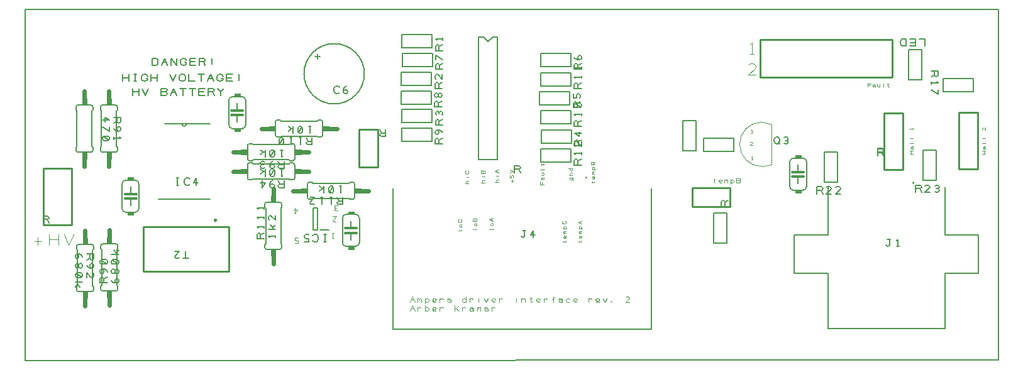
<source format=gbr>
G04 EasyPC Gerber Version 21.0.3 Build 4286 *
G04 #@! TF.Part,Single*
G04 #@! TF.FileFunction,Legend,Top *
G04 #@! TF.FilePolarity,Positive *
%FSLAX35Y35*%
%MOIN*%
%ADD19C,0.00100*%
%ADD20C,0.00197*%
%ADD70C,0.00394*%
%ADD17C,0.00500*%
%ADD21C,0.00600*%
%ADD71C,0.00787*%
%ADD18C,0.01000*%
%ADD23C,0.01200*%
%ADD22C,0.02400*%
X0Y0D02*
D02*
D17*
X17750Y73333D02*
Y77083D01*
X19937*
X20563Y76771*
X20875Y76146*
X20563Y75521*
X19937Y75208*
X17750*
X19937D02*
X20875Y73333D01*
X40754Y56844D02*
X44504D01*
Y54657*
X44192Y54032*
X43567Y53719*
X42942Y54032*
X42630Y54657*
Y56844*
Y54657D02*
X40754Y53719D01*
Y50907D02*
X41067Y50282D01*
X41692Y49657*
X42630Y49344*
X43567*
X44192Y49657*
X44504Y50282*
Y50907*
X44192Y51532*
X43567Y51844*
X42942Y51532*
X42630Y50907*
Y50282*
X42942Y49657*
X43567Y49344*
X40754Y44344D02*
Y46844D01*
X42942Y44657*
X43567Y44344*
X44192Y44657*
X44504Y45282*
Y46219*
X44192Y46844*
X35692Y56844D02*
X36317Y56532D01*
X36630Y55907*
Y55282*
X36317Y54657*
X35692Y54344*
X35067Y54657*
X34754Y55282*
Y55907*
X35067Y56532*
X35692Y56844*
X36630*
X37567Y56532*
X38192Y55907*
X38504Y55282*
X36630Y50907D02*
Y50282D01*
X36942Y49657*
X37567Y49344*
X38192Y49657*
X38504Y50282*
Y50907*
X38192Y51532*
X37567Y51844*
X36942Y51532*
X36630Y50907*
X36317Y51532*
X35692Y51844*
X35067Y51532*
X34754Y50907*
Y50282*
X35067Y49657*
X35692Y49344*
X36317Y49657*
X36630Y50282*
X35067Y46532D02*
X34754Y45907D01*
Y45282*
X35067Y44657*
X35692Y44344*
X37567*
X38192Y44657*
X38504Y45282*
Y45907*
X38192Y46532*
X37567Y46844*
X35692*
X35067Y46532*
X38192Y44657*
X34754Y41844D02*
X38504D01*
X36004D02*
Y40907D01*
X37254Y39344*
X36004Y40907D02*
X34754Y39344D01*
X51773Y41490D02*
X48023D01*
Y43678*
X48335Y44303*
X48961Y44615*
X49585Y44303*
X49898Y43678*
Y41490*
Y43678D02*
X51773Y44615D01*
Y47428D02*
X51461Y48053D01*
X50835Y48678*
X49898Y48990*
X48961*
X48335Y48678*
X48023Y48053*
Y47428*
X48335Y46803*
X48961Y46490*
X49585Y46803*
X49898Y47428*
Y48053*
X49585Y48678*
X48961Y48990*
X51461Y51803D02*
X51773Y52428D01*
Y53053*
X51461Y53678*
X50835Y53990*
X48961*
X48335Y53678*
X48023Y53053*
Y52428*
X48335Y51803*
X48961Y51490*
X50835*
X51461Y51803*
X48335Y53678*
X56835Y41490D02*
X56211Y41803D01*
X55898Y42428*
Y43053*
X56211Y43678*
X56835Y43990*
X57461Y43678*
X57773Y43053*
Y42428*
X57461Y41803*
X56835Y41490*
X55898*
X54961Y41803*
X54335Y42428*
X54023Y43053*
X55898Y47428D02*
Y48053D01*
X55585Y48678*
X54961Y48990*
X54335Y48678*
X54023Y48053*
Y47428*
X54335Y46803*
X54961Y46490*
X55585Y46803*
X55898Y47428*
X56211Y46803*
X56835Y46490*
X57461Y46803*
X57773Y47428*
Y48053*
X57461Y48678*
X56835Y48990*
X56211Y48678*
X55898Y48053*
X57461Y51803D02*
X57773Y52428D01*
Y53053*
X57461Y53678*
X56835Y53990*
X54961*
X54335Y53678*
X54023Y53053*
Y52428*
X54335Y51803*
X54961Y51490*
X56835*
X57461Y51803*
X54335Y53678*
X57773Y56490D02*
X54023D01*
X56523D02*
Y57428D01*
X55273Y58990*
X56523Y57428D02*
X57773Y58990D01*
X55124Y129482D02*
X58874D01*
Y127295*
X58562Y126670*
X57937Y126357*
X57312Y126670*
X57000Y127295*
Y129482*
Y127295D02*
X55124Y126357D01*
Y123545D02*
X55437Y122920D01*
X56062Y122295*
X57000Y121982*
X57937*
X58562Y122295*
X58874Y122920*
Y123545*
X58562Y124170*
X57937Y124482*
X57312Y124170*
X57000Y123545*
Y122920*
X57312Y122295*
X57937Y121982*
X55124Y118857D02*
Y117607D01*
Y118232D02*
X58874D01*
X58250Y118857*
X49124Y127920D02*
X52874D01*
X50374Y129482*
Y126982*
X49124Y124482D02*
X52874Y121982D01*
Y124482*
X49437Y119170D02*
X49124Y118545D01*
Y117920*
X49437Y117295*
X50062Y116982*
X51937*
X52562Y117295*
X52874Y117920*
Y118545*
X52562Y119170*
X51937Y119482*
X50062*
X49437Y119170*
X52562Y117295*
X59994Y148530D02*
Y152280D01*
Y150405D02*
X63119D01*
Y148530D02*
Y152280D01*
X65931Y148530D02*
X67181D01*
X66557D02*
Y152280D01*
X65931D02*
X67181D01*
X72181Y150093D02*
X73119D01*
Y149780*
X72807Y149155*
X72494Y148843*
X71869Y148530*
X71244*
X70619Y148843*
X70307Y149155*
X69994Y149780*
Y151030*
X70307Y151655*
X70619Y151968*
X71244Y152280*
X71869*
X72494Y151968*
X72807Y151655*
X73119Y151030*
X74994Y148530D02*
Y152280D01*
Y150405D02*
X78119D01*
Y148530D02*
Y152280D01*
X84994D02*
X86557Y148530D01*
X88119Y152280*
X89994Y149780D02*
Y151030D01*
X90307Y151655*
X90619Y151968*
X91244Y152280*
X91869*
X92494Y151968*
X92807Y151655*
X93119Y151030*
Y149780*
X92807Y149155*
X92494Y148843*
X91869Y148530*
X91244*
X90619Y148843*
X90307Y149155*
X89994Y149780*
X94994Y152280D02*
Y148530D01*
X98119*
X101557D02*
Y152280D01*
X99994D02*
X103119D01*
X104994Y148530D02*
X106557Y152280D01*
X108119Y148530*
X105619Y150093D02*
X107494D01*
X112181D02*
X113119D01*
Y149780*
X112807Y149155*
X112494Y148843*
X111869Y148530*
X111244*
X110619Y148843*
X110307Y149155*
X109994Y149780*
Y151030*
X110307Y151655*
X110619Y151968*
X111244Y152280*
X111869*
X112494Y151968*
X112807Y151655*
X113119Y151030*
X114994Y148530D02*
Y152280D01*
X118119*
X117494Y150405D02*
X114994D01*
Y148530D02*
X118119D01*
X121557D02*
Y149155*
Y152280D01*
X65309Y141050D02*
Y144800D01*
Y142925D02*
X68434D01*
Y141050D02*
Y144800D01*
X70309D02*
X71872Y141050D01*
X73434Y144800*
X82496Y142925D02*
X83122Y142612D01*
X83434Y141987*
X83122Y141362*
X82496Y141050*
X80309*
Y144800*
X82496*
X83122Y144487*
X83434Y143862*
X83122Y143237*
X82496Y142925*
X80309*
X85309Y141050D02*
X86872Y144800D01*
X88434Y141050*
X85934Y142612D02*
X87809D01*
X91872Y141050D02*
Y144800D01*
X90309D02*
X93434D01*
X96872Y141050D02*
Y144800D01*
X95309D02*
X98434D01*
X100309Y141050D02*
Y144800D01*
X103434*
X102809Y142925D02*
X100309D01*
Y141050D02*
X103434D01*
X105309D02*
Y144800D01*
X107496*
X108122Y144487*
X108434Y143862*
X108122Y143237*
X107496Y142925*
X105309*
X107496D02*
X108434Y141050D01*
X111872D02*
Y142925D01*
X110309Y144800*
X111872Y142925D02*
X113434Y144800D01*
X75545Y156994D02*
Y160744D01*
X77420*
X78045Y160432*
X78358Y160120*
X78670Y159494*
Y158244*
X78358Y157620*
X78045Y157307*
X77420Y156994*
X75545*
X80545D02*
X82108Y160744D01*
X83670Y156994*
X81170Y158557D02*
X83045D01*
X85545Y156994D02*
Y160744D01*
X88670Y156994*
Y160744*
X92733Y158557D02*
X93670D01*
Y158244*
X93358Y157620*
X93045Y157307*
X92420Y156994*
X91795*
X91170Y157307*
X90858Y157620*
X90545Y158244*
Y159494*
X90858Y160120*
X91170Y160432*
X91795Y160744*
X92420*
X93045Y160432*
X93358Y160120*
X93670Y159494*
X95545Y156994D02*
Y160744D01*
X98670*
X98045Y158870D02*
X95545D01*
Y156994D02*
X98670D01*
X100545D02*
Y160744D01*
X102733*
X103358Y160432*
X103670Y159807*
X103358Y159182*
X102733Y158870*
X100545*
X102733D02*
X103670Y156994D01*
X107108D02*
Y157620*
Y160744D01*
X88392Y93412D02*
X89642D01*
X89017D02*
Y97162D01*
X88392D02*
X89642D01*
X95580Y94037D02*
X95267Y93724D01*
X94642Y93412*
X93705*
X93080Y93724*
X92767Y94037*
X92455Y94662*
Y95912*
X92767Y96537*
X93080Y96850*
X93705Y97162*
X94642*
X95267Y96850*
X95580Y96537*
X99017Y93412D02*
Y97162D01*
X97455Y94662*
X99955*
X93336Y58293D02*
Y54543D01*
X94898D02*
X91773D01*
X87398Y58293D02*
X89898D01*
X87711Y56105*
X87398Y55480*
X87711Y54855*
X88336Y54543*
X89273*
X89898Y54855*
X134844Y64915D02*
X131094D01*
Y67103*
X131406Y67728*
X132031Y68041*
X132656Y67728*
X132969Y67103*
Y64915*
Y67103D02*
X134844Y68041D01*
Y70541D02*
Y71791D01*
Y71165D02*
X131094D01*
X131719Y70541*
X134844Y75541D02*
Y76791D01*
Y76165D02*
X131094D01*
X131719Y75541*
X134844Y80541D02*
Y81791D01*
Y81165D02*
X131094D01*
X131719Y80541*
X140844Y65541D02*
Y66791D01*
Y66165D02*
X137094D01*
X137719Y65541*
X140844Y69915D02*
X137094D01*
X139594D02*
Y70853D01*
X138344Y72415*
X139594Y70853D02*
X140844Y72415D01*
Y77415D02*
Y74915D01*
X138656Y77103*
X138031Y77415*
X137406Y77103*
X137094Y76478*
Y75541*
X137406Y74915*
X145427Y95868D02*
Y92118D01*
X143240*
X142615Y92430*
X142302Y93055*
X142615Y93680*
X143240Y93993*
X145427*
X143240D02*
X142302Y95868D01*
X139490D02*
X138865Y95555D01*
X138240Y94930*
X137927Y93993*
Y93055*
X138240Y92430*
X138865Y92118*
X139490*
X140115Y92430*
X140427Y93055*
X140115Y93680*
X139490Y93993*
X138865*
X138240Y93680*
X137927Y93055*
X133865Y95868D02*
Y92118D01*
X135427Y94618*
X132927*
X144802Y101868D02*
X143552D01*
X144177D02*
Y98118D01*
X144802Y98743*
X140115Y101555D02*
X139490Y101868D01*
X138865*
X138240Y101555*
X137927Y100930*
Y99055*
X138240Y98430*
X138865Y98118*
X139490*
X140115Y98430*
X140427Y99055*
Y100930*
X140115Y101555*
X138240Y98430*
X135427Y101868D02*
Y98118D01*
Y100618D02*
X134490D01*
X132927Y99368*
X134490Y100618D02*
X132927Y101868D01*
X145427Y106104D02*
Y102354D01*
X143240*
X142615Y102666*
X142302Y103291*
X142615Y103916*
X143240Y104229*
X145427*
X143240D02*
X142302Y106104D01*
X139490D02*
X138865Y105791D01*
X138240Y105166*
X137927Y104229*
Y103291*
X138240Y102666*
X138865Y102354*
X139490*
X140115Y102666*
X140427Y103291*
X140115Y103916*
X139490Y104229*
X138865*
X138240Y103916*
X137927Y103291*
X135115Y105791D02*
X134490Y106104D01*
X133865*
X133240Y105791*
X132927Y105166*
X133240Y104541*
X133865Y104229*
X134490*
X133865D02*
X133240Y103916D01*
X132927Y103291*
X133240Y102666*
X133865Y102354*
X134490*
X135115Y102666*
X144802Y112104D02*
X143552D01*
X144177D02*
Y108354D01*
X144802Y108979*
X140115Y111791D02*
X139490Y112104D01*
X138865*
X138240Y111791*
X137927Y111166*
Y109291*
X138240Y108666*
X138865Y108354*
X139490*
X140115Y108666*
X140427Y109291*
Y111166*
X140115Y111791*
X138240Y108666*
X135427Y112104D02*
Y108354D01*
Y110854D02*
X134490D01*
X132927Y109604*
X134490Y110854D02*
X132927Y112104D01*
X156022Y152514D02*
G75*
G02X172022Y168514I16000D01*
G01*
G75*
G02X188022Y152514J-16000*
G01*
G75*
G02X172022Y136514I-16000*
G01*
G75*
G02X156022Y152514J16000*
G01*
X160289Y118604D02*
Y114854D01*
X158102*
X157477Y115166*
X157164Y115791*
X157477Y116416*
X158102Y116729*
X160289*
X158102D02*
X157164Y118604D01*
X154664D02*
X153414D01*
X154039D02*
Y114854D01*
X154664Y115479*
X149664Y118604D02*
X148414D01*
X149039D02*
Y114854D01*
X149664Y115479*
X144977Y118291D02*
X144352Y118604D01*
X143727*
X143102Y118291*
X142789Y117666*
Y115791*
X143102Y115166*
X143727Y114854*
X144352*
X144977Y115166*
X145289Y115791*
Y117666*
X144977Y118291*
X143102Y115166*
X159664Y124604D02*
X158414D01*
X159039D02*
Y120854D01*
X159664Y121479*
X154977Y124291D02*
X154352Y124604D01*
X153727*
X153102Y124291*
X152789Y123666*
Y121791*
X153102Y121166*
X153727Y120854*
X154352*
X154977Y121166*
X155289Y121791*
Y123666*
X154977Y124291*
X153102Y121166*
X150289Y124604D02*
Y120854D01*
Y123354D02*
X149352D01*
X147789Y122104*
X149352Y123354D02*
X147789Y124604D01*
X162022Y161701D02*
X164522D01*
X163272Y160451D02*
Y162951D01*
X167718Y67226D02*
X166468D01*
X167093D02*
Y63476D01*
X167718D02*
X166468D01*
X160530Y66601D02*
X160843Y66913D01*
X161468Y67226*
X162406*
X163030Y66913*
X163343Y66601*
X163656Y65976*
Y64726*
X163343Y64101*
X163030Y63788*
X162406Y63476*
X161468*
X160843Y63788*
X160530Y64101*
X158656Y66913D02*
X158030Y67226D01*
X157093*
X156468Y66913*
X156156Y66288*
Y65976*
X156468Y65351*
X157093Y65038*
X158656*
Y63476*
X156156*
X174930Y142757D02*
X174618Y142445D01*
X173993Y142132*
X173055*
X172430Y142445*
X172118Y142757*
X171805Y143382*
Y144632*
X172118Y145257*
X172430Y145570*
X173055Y145882*
X173993*
X174618Y145570*
X174930Y145257*
X176805Y143070D02*
X177118Y143695D01*
X177743Y144007*
X178368*
X178993Y143695*
X179305Y143070*
X178993Y142445*
X178368Y142132*
X177743*
X177118Y142445*
X176805Y143070*
Y144007*
X177118Y144945*
X177743Y145570*
X178368Y145882*
X176628Y86911D02*
Y83161D01*
X174441*
X173815Y83473*
X173503Y84098*
X173815Y84723*
X174441Y85036*
X176628*
X174441D02*
X173503Y86911D01*
X171003D02*
X169753D01*
X170378D02*
Y83161D01*
X171003Y83786*
X166003Y86911D02*
X164753D01*
X165378D02*
Y83161D01*
X166003Y83786*
X159128Y86911D02*
X161628D01*
X159441Y84723*
X159128Y84098*
X159441Y83473*
X160065Y83161*
X161003*
X161628Y83473*
X176003Y92911D02*
X174753D01*
X175378D02*
Y89161D01*
X176003Y89786*
X171315Y92598D02*
X170691Y92911D01*
X170065*
X169441Y92598*
X169128Y91973*
Y90098*
X169441Y89473*
X170065Y89161*
X170691*
X171315Y89473*
X171628Y90098*
Y91973*
X171315Y92598*
X169441Y89473*
X166628Y92911D02*
Y89161D01*
Y91661D02*
X165691D01*
X164128Y90411*
X165691Y91661D02*
X164128Y92911D01*
X199285Y122954D02*
Y119204D01*
X197098*
X196473Y119517*
X196160Y120142*
X196473Y120767*
X197098Y121079*
X199285*
X197098D02*
X196160Y122954D01*
X207506Y136415D02*
X223506D01*
Y143415*
X207506*
Y136415*
X207683Y146219D02*
X223683D01*
Y153219*
X207683*
Y146219*
X207801Y116730D02*
X223801D01*
Y123730*
X207801*
Y116730*
X207978Y126730D02*
X223978D01*
Y133730*
X207978*
Y126730*
Y166297D02*
X223978D01*
Y173297*
X207978*
Y166297*
X208096Y156356D02*
X224096D01*
Y163356*
X208096*
Y156356*
X229069Y134915D02*
X225319D01*
Y137103*
X225631Y137728*
X226256Y138041*
X226881Y137728*
X227193Y137103*
Y134915*
Y137103D02*
X229069Y138041D01*
X227193Y140853D02*
Y141478D01*
X226881Y142103*
X226256Y142415*
X225631Y142103*
X225319Y141478*
Y140853*
X225631Y140228*
X226256Y139915*
X226881Y140228*
X227193Y140853*
X227506Y140228*
X228131Y139915*
X228756Y140228*
X229069Y140853*
Y141478*
X228756Y142103*
X228131Y142415*
X227506Y142103*
X227193Y141478*
X229246Y144719D02*
X225496D01*
Y146906*
X225808Y147531*
X226433Y147844*
X227058Y147531*
X227370Y146906*
Y144719*
Y146906D02*
X229246Y147844D01*
Y152219D02*
Y149719D01*
X227058Y151906*
X226433Y152219*
X225808Y151906*
X225496Y151281*
Y150344*
X225808Y149719*
X229364Y115230D02*
X225614D01*
Y117418*
X225926Y118043*
X226551Y118356*
X227176Y118043*
X227489Y117418*
Y115230*
Y117418D02*
X229364Y118356D01*
Y121168D02*
X229051Y121793D01*
X228426Y122418*
X227489Y122730*
X226551*
X225926Y122418*
X225614Y121793*
Y121168*
X225926Y120543*
X226551Y120230*
X227176Y120543*
X227489Y121168*
Y121793*
X227176Y122418*
X226551Y122730*
X229541Y125230D02*
X225791D01*
Y127418*
X226103Y128043*
X226728Y128356*
X227353Y128043*
X227666Y127418*
Y125230*
Y127418D02*
X229541Y128356D01*
X229228Y130543D02*
X229541Y131168D01*
Y131793*
X229228Y132418*
X228603Y132730*
X227978Y132418*
X227666Y131793*
Y131168*
Y131793D02*
X227353Y132418D01*
X226728Y132730*
X226103Y132418*
X225791Y131793*
Y131168*
X226103Y130543*
X229541Y164797D02*
X225791D01*
Y166985*
X226103Y167610*
X226728Y167922*
X227353Y167610*
X227666Y166985*
Y164797*
Y166985D02*
X229541Y167922D01*
Y170422D02*
Y171672D01*
Y171047D02*
X225791D01*
X226416Y170422*
X229659Y154856D02*
X225909D01*
Y157044*
X226221Y157669*
X226846Y157981*
X227471Y157669*
X227784Y157044*
Y154856*
Y157044D02*
X229659Y157981D01*
Y159856D02*
X225909Y162356D01*
Y159856*
X248557Y107100D02*
Y172100D01*
X251057*
X253557Y169600*
X256057Y172100*
X258557*
Y107100*
X248557*
X267612Y100006D02*
Y103756D01*
X269800*
X270425Y103444*
X270737Y102819*
X270425Y102194*
X269800Y101881*
X267612*
X269800D02*
X270737Y100006D01*
X271104Y66285D02*
X271417Y65972D01*
X272042Y65660*
X272667Y65972*
X272980Y66285*
Y69410*
X273604*
X272980D02*
X271730D01*
X277667Y65660D02*
Y69410D01*
X276104Y66910*
X278604*
X281010Y136081D02*
X297010D01*
Y143081*
X281010*
Y136081*
X281502Y105608D02*
X297502D01*
Y112608*
X281502*
Y105608*
Y126081D02*
X297502D01*
Y133081*
X281502*
Y126081*
Y146061D02*
X297502D01*
Y153061*
X281502*
Y146061*
Y156356D02*
X297502D01*
Y163356*
X281502*
Y156356*
X281699Y115805D02*
X297699D01*
Y122805*
X281699*
Y115805*
X302572Y134581D02*
X298822D01*
Y136768*
X299135Y137393*
X299760Y137706*
X300385Y137393*
X300697Y136768*
Y134581*
Y136768D02*
X302572Y137706D01*
X302260Y139581D02*
X302572Y140206D01*
Y141143*
X302260Y141768*
X301635Y142081*
X301322*
X300697Y141768*
X300385Y141143*
Y139581*
X298822*
Y142081*
X303065Y104108D02*
X299315D01*
Y106296*
X299627Y106921*
X300252Y107233*
X300877Y106921*
X301189Y106296*
Y104108*
Y106296D02*
X303065Y107233D01*
Y109733D02*
Y110983D01*
Y110358D02*
X299315D01*
X299939Y109733*
X303065Y116608D02*
Y114108D01*
X300877Y116296*
X300252Y116608*
X299627Y116296*
X299315Y115671*
Y114733*
X299627Y114108*
X303065Y124581D02*
X299315D01*
Y126768*
X299627Y127393*
X300252Y127706*
X300877Y127393*
X301189Y126768*
Y124581*
Y126768D02*
X303065Y127706D01*
Y130206D02*
Y131456D01*
Y130831D02*
X299315D01*
X299939Y130206*
X302752Y134893D02*
X303065Y135518D01*
Y136143*
X302752Y136768*
X302127Y137081*
X300252*
X299627Y136768*
X299315Y136143*
Y135518*
X299627Y134893*
X300252Y134581*
X302127*
X302752Y134893*
X299627Y136768*
X303065Y144561D02*
X299315D01*
Y146748*
X299627Y147374*
X300252Y147686*
X300877Y147374*
X301189Y146748*
Y144561*
Y146748D02*
X303065Y147686D01*
Y150186D02*
Y151436D01*
Y150811D02*
X299315D01*
X299939Y150186*
X303065Y155186D02*
Y156436D01*
Y155811D02*
X299315D01*
X299939Y155186*
X303065Y154856D02*
X299315D01*
Y157044*
X299627Y157669*
X300252Y157981*
X300877Y157669*
X301189Y157044*
Y154856*
Y157044D02*
X303065Y157981D01*
X302127Y159856D02*
X301502Y160169D01*
X301189Y160794*
Y161419*
X301502Y162044*
X302127Y162356*
X302752Y162044*
X303065Y161419*
Y160794*
X302752Y160169*
X302127Y159856*
X301189*
X300252Y160169*
X299627Y160794*
X299315Y161419*
X303261Y114305D02*
X299511D01*
Y116493*
X299824Y117118*
X300449Y117430*
X301074Y117118*
X301386Y116493*
Y114305*
Y116493D02*
X303261Y117430D01*
Y120868D02*
X299511D01*
X302011Y119305*
Y121805*
X356789Y127541D02*
Y111541D01*
X363789*
Y127541*
X356789*
X367841Y111219D02*
X383841D01*
Y118219*
X367841*
Y111219*
X373128Y78526D02*
Y62526D01*
X380128*
Y78526*
X373128*
X380927Y82061D02*
X377177D01*
Y84248*
X377489Y84874*
X378114Y85186*
X378739Y84874*
X379052Y84248*
Y82061*
Y84248D02*
X380927Y85186D01*
X405171Y116512D02*
Y117762D01*
X405484Y118387*
X405796Y118700*
X406421Y119012*
X407046*
X407671Y118700*
X407984Y118387*
X408296Y117762*
Y116512*
X407984Y115887*
X407671Y115575*
X407046Y115262*
X406421*
X405796Y115575*
X405484Y115887*
X405171Y116512*
X407359Y116200D02*
X408296Y115262D01*
X410484Y115575D02*
X411109Y115262D01*
X411734*
X412359Y115575*
X412671Y116200*
X412359Y116825*
X411734Y117137*
X411109*
X411734D02*
X412359Y117450D01*
X412671Y118075*
X412359Y118700*
X411734Y119012*
X411109*
X410484Y118700*
X428006Y88786D02*
Y92536D01*
X430193*
X430819Y92224*
X431131Y91598*
X430819Y90974*
X430193Y90661*
X428006*
X430193D02*
X431131Y88786D01*
X435506D02*
X433006D01*
X435193Y90974*
X435506Y91598*
X435193Y92224*
X434569Y92536*
X433631*
X433006Y92224*
X440506Y88786D02*
X438006D01*
X440193Y90974*
X440506Y91598*
X440193Y92224*
X439569Y92536*
X438631*
X438006Y92224*
X431986Y111104D02*
Y95104D01*
X438986*
Y111104*
X431986*
X460093Y108865D02*
Y112615D01*
X462280*
X462905Y112302*
X463218Y111677*
X462905Y111052*
X462280Y110740*
X460093*
X462280D02*
X463218Y108865D01*
X460250Y109160D02*
Y112910D01*
X462437*
X463063Y112598*
X463375Y111972*
X463063Y111348*
X462437Y111035*
X460250*
X462437D02*
X463375Y109160D01*
X464514Y61600D02*
X464826Y61287D01*
X465451Y60975*
X466076Y61287*
X466389Y61600*
Y64725*
X467014*
X466389D02*
X465139D01*
X470139Y60975D02*
X471389D01*
X470764D02*
Y64725D01*
X470139Y64100*
X480270Y89672D02*
Y93422D01*
X482457*
X483082Y93109*
X483395Y92484*
X483082Y91859*
X482457Y91547*
X480270*
X482457D02*
X483395Y89672D01*
X487770D02*
X485270D01*
X487457Y91859*
X487770Y92484*
X487457Y93109*
X486832Y93422*
X485895*
X485270Y93109*
X490582Y89984D02*
X491207Y89672D01*
X491832*
X492457Y89984*
X492770Y90609*
X492457Y91234*
X491832Y91547*
X491207*
X491832D02*
X492457Y91859D01*
X492770Y92484*
X492457Y93109*
X491832Y93422*
X491207*
X490582Y93109*
X483671Y149435D02*
Y165435D01*
X476671*
Y149435*
X483671*
X484250Y111990D02*
Y95990D01*
X491250*
Y111990*
X484250*
X485171Y167248D02*
Y170998D01*
X482046*
X480171D02*
Y167248D01*
X477046*
X477671Y169122D02*
X480171D01*
Y170998D02*
X477046D01*
X475171D02*
Y167248D01*
X473296*
X472671Y167560*
X472359Y167872*
X472046Y168498*
Y169748*
X472359Y170372*
X472671Y170685*
X473296Y170998*
X475171*
X488392Y153990D02*
X492142D01*
Y151803*
X491830Y151178*
X491205Y150865*
X490580Y151178*
X490267Y151803*
Y153990*
Y151803D02*
X488392Y150865D01*
Y148365D02*
Y147115D01*
Y147740D02*
X492142D01*
X491517Y148365*
X488392Y143990D02*
X492142Y141490D01*
Y143990*
X510711Y150010D02*
X494711D01*
Y143010*
X510711*
Y150010*
X524167Y742D02*
Y186766D01*
X8026*
Y250*
X524167Y742*
D02*
D18*
X17750Y102396D02*
Y72396D01*
X32750*
Y102396*
X17750*
X108536Y74813D02*
G75*
G02X109659I561D01*
G01*
X108536D02*
G75*
G02X109659I561D01*
G01*
G75*
G02X108536I-561*
G01*
X116096Y71313D02*
Y47691D01*
X70821*
Y71313*
X116096*
X195329Y103104D02*
Y123104D01*
X185329*
Y103104*
X195329*
X361864Y82061D02*
X381864D01*
Y92061*
X361864*
Y82061*
X397888Y150545D02*
X467888D01*
Y170545*
X397888*
Y150545*
X463557Y131589D02*
Y101589D01*
X473557*
Y131589*
X463557*
X503026Y131982D02*
Y101982D01*
X513026*
Y131982*
X503026*
D02*
D19*
X13045Y63537D02*
X16982D01*
X15014Y61569D02*
Y65506D01*
X20919Y61569D02*
Y67474D01*
Y64522D02*
X25841D01*
Y61569D02*
Y67474D01*
X28793D02*
X31254Y61569D01*
X33715Y67474*
X38420Y110880D02*
Y107480D01*
X40820*
Y110880*
X38420*
G36*
Y107480*
X40820*
Y110880*
X38420*
G37*
Y139280D02*
Y135880D01*
X40820*
Y139280*
X38420*
G36*
Y135880*
X40820*
Y139280*
X38420*
G37*
X38715Y36963D02*
Y33563D01*
X41115*
Y36963*
X38715*
G36*
Y33563*
X41115*
Y36963*
X38715*
G37*
Y65363D02*
Y61963D01*
X41115*
Y65363*
X38715*
G36*
Y61963*
X41115*
Y65363*
X38715*
G37*
X51412Y110880D02*
Y107480D01*
X53812*
Y110880*
X51412*
G36*
Y107480*
X53812*
Y110880*
X51412*
G37*
Y139280D02*
Y135880D01*
X53812*
Y139280*
X51412*
G36*
Y135880*
X53812*
Y139280*
X51412*
G37*
X51609Y37258D02*
Y33858D01*
X54009*
Y37258*
X51609*
G36*
Y33858*
X54009*
Y37258*
X51609*
G37*
Y65658D02*
Y62258D01*
X54009*
Y65658*
X51609*
G36*
Y62258*
X54009*
Y65658*
X51609*
G37*
X62530Y79053D02*
Y77553D01*
X65530*
Y79053*
X62530*
G36*
Y77553*
X65530*
Y79053*
X62530*
G37*
Y97553D02*
Y96053D01*
X65530*
Y97553*
X62530*
G36*
Y96053*
X65530*
Y97553*
X62530*
G37*
X119124Y123443D02*
Y121943D01*
X122124*
Y123443*
X119124*
G36*
Y121943*
X122124*
Y123443*
X119124*
G37*
Y141943D02*
Y140443D01*
X122124*
Y141943*
X119124*
G36*
Y140443*
X122124*
Y141943*
X119124*
G37*
X126037Y101942D02*
X122637D01*
Y99542*
X126037*
Y101942*
G36*
X122637*
Y99542*
X126037*
Y101942*
G37*
Y112178D02*
X122637D01*
Y109778*
X126037*
Y112178*
G36*
X122637*
Y109778*
X126037*
Y112178*
G37*
X140900Y124678D02*
X137500D01*
Y122278*
X140900*
Y124678*
G36*
X137500*
Y122278*
X140900*
Y124678*
G37*
X140919Y55905D02*
Y59305D01*
X138519*
Y55905*
X140919*
G36*
Y59305*
X138519*
Y55905*
X140919*
G37*
Y84305D02*
Y87705D01*
X138519*
Y84305*
X140919*
G36*
Y87705*
X138519*
Y84305*
X140919*
G37*
X151283Y81303D02*
Y78350D01*
X152514Y80319*
X150545*
X153006Y65407D02*
X152514Y65654D01*
X151776*
X151283Y65407*
X151037Y64915*
Y64669*
X151283Y64177*
X151776Y63931*
X153006*
Y62701*
X151037*
X154429Y89207D02*
X157829D01*
Y91607*
X154429*
Y89207*
G36*
X157829*
Y91607*
X154429*
Y89207*
G37*
X154437Y101942D02*
X151037D01*
Y99542*
X154437*
Y101942*
G36*
X151037*
Y99542*
X154437*
Y101942*
G37*
Y112178D02*
X151037D01*
Y109778*
X154437*
Y112178*
G36*
X151037*
Y109778*
X154437*
Y112178*
G37*
X169300Y124678D02*
X165900D01*
Y122278*
X169300*
Y124678*
G36*
X165900*
Y122278*
X169300*
Y124678*
G37*
X171805Y68016D02*
X170821D01*
X171313D02*
Y65063D01*
X171805Y65555*
X171313Y76874D02*
X173281D01*
X171559Y75152*
X171313Y74659*
X171559Y74167*
X172051Y73921*
X172789*
X173281Y74167*
X173823Y82533D02*
X173331Y82780D01*
X172839*
X172346Y82533*
X172100Y82041*
X172346Y81549*
X172839Y81303*
X173331*
X172839D02*
X172346Y81057D01*
X172100Y80565*
X172346Y80073*
X172839Y79827*
X173331*
X173823Y80073*
X179360Y60943D02*
Y59443D01*
X182360*
Y60943*
X179360*
G36*
Y59443*
X182360*
Y60943*
X179360*
G37*
Y79443D02*
Y77943D01*
X182360*
Y79443*
X179360*
G36*
Y77943*
X182360*
Y79443*
X179360*
G37*
X182829Y89207D02*
X186229D01*
Y91607*
X182829*
Y89207*
G36*
X186229*
Y91607*
X182829*
Y89207*
G37*
X212258Y31402D02*
X213488Y34354D01*
X214719Y31402*
X212750Y32632D02*
X214226D01*
X216195Y31402D02*
Y33370D01*
Y33124D02*
X216441Y33370D01*
X216933*
X217179Y33124*
Y32386*
Y33124D02*
X217425Y33370D01*
X217917*
X218163Y33124*
Y31402*
X220132Y33370D02*
Y30663D01*
Y32140D02*
X220378Y31648D01*
X220870Y31402*
X221362*
X221854Y31648*
X222100Y32140*
Y32632*
X221854Y33124*
X221362Y33370*
X220870*
X220378Y33124*
X220132Y32632*
Y32140*
X226037Y31648D02*
X225791Y31402D01*
X225299*
X224807*
X224315Y31648*
X224069Y32140*
Y32878*
X224315Y33124*
X224807Y33370*
X225299*
X225791Y33124*
X226037Y32878*
Y32632*
X225791Y32386*
X225299Y32140*
X224807*
X224315Y32386*
X224069Y32632*
X228006Y31402D02*
Y33370D01*
Y32632D02*
X228252Y33124D01*
X228744Y33370*
X229236*
X229728Y33124*
X231943D02*
X232435Y33370D01*
X233173*
X233665Y33124*
X233911Y32632*
Y31894*
X233665Y31648*
X233173Y31402*
X232681*
X232189Y31648*
X231943Y31894*
Y32140*
X232189Y32386*
X232681Y32632*
X233173*
X233665Y32386*
X233911Y32140*
Y31894D02*
Y31402D01*
X241785Y32632D02*
X241539Y33124D01*
X241047Y33370*
X240555*
X240063Y33124*
X239817Y32632*
Y32140*
X240063Y31648*
X240555Y31402*
X241047*
X241539Y31648*
X241785Y32140*
Y31402D02*
Y34354D01*
X243754Y31402D02*
Y33370D01*
Y32632D02*
X244000Y33124D01*
X244492Y33370*
X244984*
X245476Y33124*
X248675Y31402D02*
Y33370D01*
Y34108D02*
X251628Y33370*
X252612Y31402D01*
X253596Y33370*
X257533Y31648D02*
X257287Y31402D01*
X256795*
X256303*
X255811Y31648*
X255565Y32140*
Y32878*
X255811Y33124*
X256303Y33370*
X256795*
X257287Y33124*
X257533Y32878*
Y32632*
X257287Y32386*
X256795Y32140*
X256303*
X255811Y32386*
X255565Y32632*
X259502Y31402D02*
Y33370D01*
Y32632D02*
X259748Y33124D01*
X260240Y33370*
X260732*
X261224Y33124*
X268360Y31402D02*
Y33370D01*
Y34108D02*
X271313Y31402*
Y33370D01*
Y32632D02*
X271559Y33124D01*
X272051Y33370*
X272543*
X273035Y33124*
X273281Y32632*
Y31402*
X275742Y33370D02*
X276726D01*
X276234Y33862D02*
Y31648D01*
X276480Y31402*
X276726*
X276972Y31648*
X281156D02*
X280909Y31402D01*
X280417*
X279925*
X279433Y31648*
X279187Y32140*
Y32878*
X279433Y33124*
X279925Y33370*
X280417*
X280909Y33124*
X281156Y32878*
Y32632*
X280909Y32386*
X280417Y32140*
X279925*
X279433Y32386*
X279187Y32632*
X283124Y31402D02*
Y33370D01*
Y32632D02*
X283370Y33124D01*
X283862Y33370*
X284354*
X284846Y33124*
X288045Y31402D02*
Y33862D01*
X288291Y34108*
X288537*
X288783Y33862*
X287553Y33124D02*
X288537D01*
X290998D02*
X291490Y33370D01*
X292228*
X292720Y33124*
X292967Y32632*
Y31894*
X292720Y31648*
X292228Y31402*
X291736*
X291244Y31648*
X290998Y31894*
Y32140*
X291244Y32386*
X291736Y32632*
X292228*
X292720Y32386*
X292967Y32140*
Y31894D02*
Y31402D01*
X296904Y33124D02*
X296411Y33370D01*
X295673*
X295181Y33124*
X294935Y32632*
Y32140*
X295181Y31648*
X295673Y31402*
X296411*
X296904Y31648*
X300841D02*
X300594Y31402D01*
X300102*
X299610*
X299118Y31648*
X298872Y32140*
Y32878*
X299118Y33124*
X299610Y33370*
X300102*
X300594Y33124*
X300841Y32878*
Y32632*
X300594Y32386*
X300102Y32140*
X299610*
X299118Y32386*
X298872Y32632*
X306746Y31402D02*
Y33370D01*
Y32632D02*
X306992Y33124D01*
X307484Y33370*
X307976*
X308469Y33124*
X312652Y31648D02*
X312406Y31402D01*
X311913*
X311421*
X310929Y31648*
X310683Y32140*
Y32878*
X310929Y33124*
X311421Y33370*
X311913*
X312406Y33124*
X312652Y32878*
Y32632*
X312406Y32386*
X311913Y32140*
X311421*
X310929Y32386*
X310683Y32632*
X314620Y33370D02*
X315604Y31402D01*
X316589Y33370*
X318803Y31402D02*
X319049Y31648D01*
X318803Y31894*
X318557Y31648*
X318803Y31402*
X328400D02*
X326431D01*
X328154Y33124*
X328400Y33616*
X328154Y34108*
X327661Y34354*
X326923*
X326431Y34108*
X212258Y26677D02*
X213488Y29630D01*
X214719Y26677*
X212750Y27907D02*
X214226D01*
X216195Y26677D02*
Y28646D01*
Y27907D02*
X216441Y28400D01*
X216933Y28646*
X217425*
X217917Y28400*
X220132Y27415D02*
X220378Y26923D01*
X220870Y26677*
X221362*
X221854Y26923*
X222100Y27415*
Y27907*
X221854Y28400*
X221362Y28646*
X220870*
X220378Y28400*
X220132Y27907*
Y26677D02*
Y29630D01*
X226037Y26923D02*
X225791Y26677D01*
X225299*
X224807*
X224315Y26923*
X224069Y27415*
Y28154*
X224315Y28400*
X224807Y28646*
X225299*
X225791Y28400*
X226037Y28154*
Y27907*
X225791Y27661*
X225299Y27415*
X224807*
X224315Y27661*
X224069Y27907*
X228006Y26677D02*
Y28646D01*
Y27907D02*
X228252Y28400D01*
X228744Y28646*
X229236*
X229728Y28400*
X235880Y26677D02*
Y29630D01*
Y28154D02*
X236618D01*
X238341Y29630*
X236618Y28154D02*
X238341Y26677D01*
X239817D02*
Y28646D01*
Y27907D02*
X240063Y28400D01*
X240555Y28646*
X241047*
X241539Y28400*
X243754D02*
X244246Y28646D01*
X244984*
X245476Y28400*
X245722Y27907*
Y27169*
X245476Y26923*
X244984Y26677*
X244492*
X244000Y26923*
X243754Y27169*
Y27415*
X244000Y27661*
X244492Y27907*
X244984*
X245476Y27661*
X245722Y27415*
Y27169D02*
Y26677D01*
X247691D02*
Y28646D01*
Y28400D02*
X247937Y28646D01*
X248429*
X248675Y28400*
Y27661*
Y28400D02*
X248921Y28646D01*
X249413*
X249659Y28400*
Y26677*
X251628Y28400D02*
X252120Y28646D01*
X252858*
X253350Y28400*
X253596Y27907*
Y27169*
X253350Y26923*
X252858Y26677*
X252366*
X251874Y26923*
X251628Y27169*
Y27415*
X251874Y27661*
X252366Y27907*
X252858*
X253350Y27661*
X253596Y27415*
Y27169D02*
Y26677D01*
X255565D02*
Y28646D01*
Y27907D02*
X255811Y28400D01*
X256303Y28646*
X256795*
X257287Y28400*
X239643Y69535D02*
Y69379D01*
X237769*
X239175Y71254D02*
X239487Y71410D01*
X239643Y71723*
Y72035*
X239487Y72348*
X239175Y72504*
X238862*
X238550Y72348*
X238393Y72035*
Y71723*
X238550Y71410*
X238862Y71254*
X239175*
X239331Y75317D02*
X239487Y75160D01*
X239643Y74848*
Y74379*
X239487Y74067*
X239331Y73910*
X239019Y73754*
X238393*
X238081Y73910*
X237925Y74067*
X237769Y74379*
Y74848*
X237925Y75160*
X238081Y75317*
X243285Y94443D02*
X241410D01*
X242504D02*
X242191Y94599D01*
X242035Y94912*
Y95224*
X242191Y95537*
X242504Y95693*
X243285*
Y97568D02*
X242035D01*
X241567D02*
X242973Y101006*
X243129Y100849D01*
X243285Y100537*
Y100068*
X243129Y99756*
X242973Y99599*
X242660Y99443*
X242035*
X241723Y99599*
X241567Y99756*
X241410Y100068*
Y100537*
X241567Y100849*
X241723Y101006*
X247517Y70126D02*
Y69970D01*
X245643*
X247049Y71844D02*
X247361Y72001D01*
X247517Y72313*
Y72626*
X247361Y72938*
X247049Y73094*
X246736*
X246424Y72938*
X246267Y72626*
Y72313*
X246424Y72001*
X246736Y71844*
X247049*
X246580Y75438D02*
X246736Y75751D01*
X247049Y75907*
X247361Y75751*
X247517Y75438*
Y74344*
X245643*
Y75438*
X245799Y75751*
X246111Y75907*
X246424Y75751*
X246580Y75438*
Y74344*
X251750Y94738D02*
X249875D01*
X250969D02*
X250656Y94894D01*
X250500Y95207*
Y95519*
X250656Y95832*
X250969Y95988*
X251750*
Y97863D02*
X250500D01*
X250031D02*
X250812Y100832*
X250969Y101144D01*
X251281Y101301*
X251593Y101144*
X251750Y100832*
Y99738*
X249875*
Y100832*
X250031Y101144*
X250343Y101301*
X250656Y101144*
X250812Y100832*
Y99738*
X256179Y70224D02*
Y70068D01*
X254304*
X255710Y71943D02*
X256022Y72099D01*
X256179Y72412*
Y72724*
X256022Y73037*
X255710Y73193*
X255398*
X255085Y73037*
X254929Y72724*
Y72412*
X255085Y72099*
X255398Y71943*
X255710*
X256179Y74443D02*
X254304Y75224D01*
X256179Y76006*
X255398Y74756D02*
Y75693D01*
X259131Y95132D02*
X257257D01*
X258350D02*
X258038Y95288D01*
X257881Y95601*
Y95913*
X258038Y96226*
X258350Y96382*
X259131*
Y98257D02*
X257881D01*
X257413D02*
X259131Y100132*
X257257Y100913D01*
X259131Y101694*
X258350Y100444D02*
Y101382D01*
X266381Y94935D02*
Y96185D01*
X267006Y95560D02*
X265756D01*
X266849Y97435D02*
X267006Y97748D01*
Y98216*
X266849Y98529*
X266537Y98685*
X266381*
X266068Y98529*
X265912Y98216*
Y97435*
X265131*
Y98685*
Y99935D02*
X267006Y100716D01*
X265131Y101498*
X283049Y93656D02*
X281174D01*
Y95218*
X282111Y94906D02*
Y93656D01*
X281955Y96156D02*
X281799Y96468D01*
Y96937*
X281955Y97249*
X282268Y97406*
X282737*
X282893Y97249*
X283049Y96937*
Y96624*
X282893Y96312*
X282737Y96156*
X282580*
X282424Y96312*
X282268Y96624*
Y96937*
X282424Y97249*
X282580Y97406*
X282737D02*
X283049D01*
X281799Y98656D02*
X282580D01*
X282893Y98812*
X283049Y99124*
Y99437*
X282893Y99749*
X282580Y99906*
X281799D02*
X283049D01*
Y101937D02*
Y101781D01*
X281174*
X281799Y103968D02*
Y104593D01*
X281487Y104281D02*
X282893D01*
X283049Y104437*
Y104593*
X282893Y104749*
X293610Y63161D02*
Y63786D01*
X293298Y63474D02*
X294704D01*
X294860Y63630*
Y63786*
X294704Y63942*
Y66598D02*
X294860Y66442D01*
Y66130*
Y65817*
X294704Y65505*
X294391Y65348*
X293922*
X293766Y65505*
X293610Y65817*
Y66130*
X293766Y66442*
X293922Y66598*
X294079*
X294235Y66442*
X294391Y66130*
Y65817*
X294235Y65505*
X294079Y65348*
X294860Y67848D02*
X293610D01*
X293766D02*
X293610Y68005D01*
Y68317*
X293766Y68474*
X294235*
X293766D02*
X293610Y68630D01*
Y68942*
X293766Y69098*
X294860*
X293610Y70348D02*
X295329D01*
X294391D02*
X294704Y70505D01*
X294860Y70817*
Y71130*
X294704Y71442*
X294391Y71598*
X294079*
X293766Y71442*
X293610Y71130*
Y70817*
X293766Y70505*
X294079Y70348*
X294391*
X294548Y74411D02*
X294704Y74255D01*
X294860Y73942*
Y73474*
X294704Y73161*
X294548Y73005*
X294235Y72848*
X293610*
X293298Y73005*
X293141Y73161*
X292985Y73474*
Y73942*
X293141Y74255*
X293298Y74411*
X297425Y97366D02*
X297113Y97210D01*
X296956Y96897*
Y96585*
X297113Y96272*
X297425Y96116*
X297581*
X297894Y96272*
X298050Y96585*
Y96897*
X297894Y97210*
X297581Y97366*
X296956D02*
X298206D01*
X298519Y97210*
X298675Y96897*
Y96429*
X298519Y96116*
X298206Y98616D02*
X296956D01*
X297425D02*
X297113Y98772D01*
X296956Y99085*
Y99397*
X297113Y99710*
X297425Y99866*
X298206*
X297425Y102366D02*
X297113Y102210D01*
X296956Y101897*
Y101585*
X297113Y101272*
X297425Y101116*
X297738*
X298050Y101272*
X298206Y101585*
Y101897*
X298050Y102210*
X297738Y102366*
X298206D02*
X296331D01*
X301779Y63161D02*
Y63786D01*
X301467Y63474D02*
X302873D01*
X303029Y63630*
Y63786*
X302873Y63942*
Y66598D02*
X303029Y66442D01*
Y66130*
Y65817*
X302873Y65505*
X302561Y65348*
X302092*
X301935Y65505*
X301779Y65817*
Y66130*
X301935Y66442*
X302092Y66598*
X302248*
X302404Y66442*
X302561Y66130*
Y65817*
X302404Y65505*
X302248Y65348*
X303029Y67848D02*
X301779D01*
X301935D02*
X301779Y68005D01*
Y68317*
X301935Y68474*
X302404*
X301935D02*
X301779Y68630D01*
Y68942*
X301935Y69098*
X303029*
X301779Y70348D02*
X303498D01*
X302561D02*
X302873Y70505D01*
X303029Y70817*
Y71130*
X302873Y71442*
X302561Y71598*
X302248*
X301935Y71442*
X301779Y71130*
Y70817*
X301935Y70505*
X302248Y70348*
X302561*
X303029Y72848D02*
X301154Y73630D01*
X303029Y74411*
X302248Y73161D02*
Y74098D01*
X308767Y94559D02*
Y95183D01*
X308455Y94871D02*
X309861D01*
X310017Y95027*
Y95183*
X309861Y95340*
Y97996D02*
X310017Y97840D01*
Y97527*
Y97215*
X309861Y96902*
X309549Y96746*
X309080*
X308924Y96902*
X308767Y97215*
Y97527*
X308924Y97840*
X309080Y97996*
X309236*
X309393Y97840*
X309549Y97527*
Y97215*
X309393Y96902*
X309236Y96746*
X310017Y99246D02*
X308767D01*
X308924D02*
X308767Y99402D01*
Y99715*
X308924Y99871*
X309393*
X308924D02*
X308767Y100027D01*
Y100340*
X308924Y100496*
X310017*
X308767Y101746D02*
X310486D01*
X309549D02*
X309861Y101902D01*
X310017Y102215*
Y102527*
X309861Y102840*
X309549Y102996*
X309236*
X308924Y102840*
X308767Y102527*
Y102215*
X308924Y101902*
X309236Y101746*
X309549*
X309080Y105340D02*
X309236Y105652D01*
X309549Y105809*
X309861Y105652*
X310017Y105340*
Y104246*
X308143*
Y105340*
X308299Y105652*
X308611Y105809*
X308924Y105652*
X309080Y105340*
Y104246*
X373104Y96313D02*
X373892D01*
X373498Y96707D02*
Y94935D01*
X373695Y94738*
X373892*
X374089Y94935*
X377435D02*
X377238Y94738D01*
X376844*
X376451*
X376057Y94935*
X375860Y95329*
Y95919*
X376057Y96116*
X376451Y96313*
X376844*
X377238Y96116*
X377435Y95919*
Y95722*
X377238Y95526*
X376844Y95329*
X376451*
X376057Y95526*
X375860Y95722*
X379010Y94738D02*
Y96313D01*
Y96116D02*
X379207Y96313D01*
X379600*
X379797Y96116*
Y95526*
Y96116D02*
X379994Y96313D01*
X380388*
X380585Y96116*
Y94738*
X382159Y96313D02*
Y94148D01*
Y95329D02*
X382356Y94935D01*
X382750Y94738*
X383144*
X383537Y94935*
X383734Y95329*
Y95722*
X383537Y96116*
X383144Y96313*
X382750*
X382356Y96116*
X382159Y95722*
Y95329*
X386687Y95919D02*
X387081Y95722D01*
X387278Y95329*
X387081Y94935*
X386687Y94738*
X385309*
Y97100*
X386687*
X387081Y96904*
X387278Y96510*
X387081Y96116*
X386687Y95919*
X385309*
X393823Y114498D02*
X392573D01*
X393667Y115592*
X393823Y115905*
X393667Y116217*
X393354Y116373*
X392885*
X392573Y116217*
X392729Y121151D02*
X393042Y120994D01*
X393354*
X393667Y121151*
X393823Y121463*
X393667Y121776*
X393354Y121932*
X393042*
X393354D02*
X393667Y122088D01*
X393823Y122401*
X393667Y122713*
X393354Y122869*
X393042*
X392729Y122713*
X393082Y106920D02*
X393707D01*
X393395D02*
Y108794D01*
X393082Y108482*
X416467Y90766D02*
Y89266D01*
X419467*
Y90766*
X416467*
G36*
Y89266*
X419467*
Y90766*
X416467*
G37*
Y109266D02*
Y107766D01*
X419467*
Y109266*
X416467*
G36*
Y107766*
X419467*
Y109266*
X416467*
G37*
X454974Y145601D02*
Y147476D01*
X456537*
X456224Y146538D02*
X454974D01*
X457474Y146694D02*
X457787Y146851D01*
X458256*
X458568Y146694*
X458724Y146382*
Y145913*
X458568Y145757*
X458256Y145601*
X457943*
X457631Y145757*
X457474Y145913*
Y146069*
X457631Y146226*
X457943Y146382*
X458256*
X458568Y146226*
X458724Y146069*
Y145913D02*
Y145601D01*
X459974Y146851D02*
Y146069D01*
X460131Y145757*
X460443Y145601*
X460756*
X461068Y145757*
X461224Y146069*
Y146851D02*
Y145601D01*
X463256D02*
X463100D01*
Y147476*
X465287Y146851D02*
X465912D01*
X465600Y147163D02*
Y145757D01*
X465756Y145601*
X465912*
X466068Y145757*
X478915Y110093D02*
X477040D01*
X477978D02*
Y111655D01*
X478915D02*
X477040D01*
X477821Y112593D02*
X477665Y112905D01*
Y113374*
X477821Y113686*
X478134Y113843*
X478603*
X478759Y113686*
X478915Y113374*
Y113061*
X478759Y112749*
X478603Y112593*
X478446*
X478290Y112749*
X478134Y113061*
Y113374*
X478290Y113686*
X478446Y113843*
X478603D02*
X478915D01*
Y115874D02*
Y115718D01*
X477040*
X478915Y118374D02*
Y118218D01*
X477040*
X478915Y122905D02*
Y123530D01*
Y123218D02*
X477040D01*
X477353Y122905*
X517301Y110093D02*
X515426D01*
X516363D02*
Y111655D01*
X517301D02*
X515426D01*
X516207Y112593D02*
X516051Y112905D01*
Y113374*
X516207Y113686*
X516520Y113843*
X516989*
X517144Y113686*
X517301Y113374*
Y113061*
X517144Y112749*
X516989Y112593*
X516832*
X516676Y112749*
X516520Y113061*
Y113374*
X516676Y113686*
X516832Y113843*
X516989D02*
X517301D01*
Y115874D02*
Y115718D01*
X515426*
X517301Y118374D02*
Y118218D01*
X515426*
X517301Y123843D02*
Y122593D01*
X516207Y123686*
X515894Y123843*
X515582Y123686*
X515426Y123374*
Y122905*
X515582Y122593*
D02*
D70*
X395585Y151963D02*
X391648D01*
X395093Y155407*
X395585Y156392*
X395093Y157376*
X394108Y157868*
X392632*
X391648Y157376*
X392632Y162947D02*
X394600D01*
X393616D02*
Y168852D01*
X392632Y167868*
D02*
D71*
X163144Y69738D02*
X160781D01*
Y81156*
X163144*
Y69738*
X169246Y69541D02*
X164522D01*
X203203Y91687D02*
Y16884D01*
X340211*
Y91687*
X305837Y97423D02*
G75*
G02X305325I-256D01*
G01*
X305837D02*
G75*
G02X305325I-256D01*
G01*
G75*
G02X305837I256*
G01*
X433715Y92278D02*
Y67089D01*
X415998*
Y46600*
X433715*
Y17474*
X495919*
Y46600*
X513636*
Y67089*
X495919*
Y92278*
X479348Y94518D02*
G75*
G02X478703I-323D01*
G01*
X479348D02*
G75*
G02X478703I-323D01*
G01*
G75*
G02X479348I323*
G01*
D02*
D20*
X398863Y126923D02*
G75*
G03X398883Y103301I-103J-11811D01*
G01*
X398872D02*
X403990Y104482D01*
Y125742*
X398872Y126923*
D02*
D21*
X44120Y111880D02*
Y113380D01*
X43620Y113880*
Y132880*
X44120Y133380*
Y134880*
G75*
G03X43120Y135880I-1000*
G01*
X36120*
G75*
G03X35120Y134880J-1000*
G01*
Y133380*
X35620Y132880*
Y113880*
X35120Y113380*
Y111880*
G75*
G03X36120Y110880I1000*
G01*
X43120*
G75*
G03X44120Y111880J1000*
G01*
X44415Y37963D02*
Y39463D01*
X43915Y39963*
Y58963*
X44415Y59463*
Y60963*
G75*
G03X43415Y61963I-1000*
G01*
X36415*
G75*
G03X35415Y60963J-1000*
G01*
Y59463*
X35915Y58963*
Y39963*
X35415Y39463*
Y37963*
G75*
G03X36415Y36963I1000*
G01*
X43415*
G75*
G03X44415Y37963J1000*
G01*
X57112Y111880D02*
Y113380D01*
X56612Y113880*
Y132880*
X57112Y133380*
Y134880*
G75*
G03X56112Y135880I-1000*
G01*
X49112*
G75*
G03X48112Y134880J-1000*
G01*
Y133380*
X48612Y132880*
Y113880*
X48112Y113380*
Y111880*
G75*
G03X49112Y110880I1000*
G01*
X56112*
G75*
G03X57112Y111880J1000*
G01*
X57309Y38258D02*
Y39758D01*
X56809Y40258*
Y59258*
X57309Y59758*
Y61258*
G75*
G03X56309Y62258I-1000*
G01*
X49309*
G75*
G03X48309Y61258J-1000*
G01*
Y59758*
X48809Y59258*
Y40258*
X48309Y39758*
Y38258*
G75*
G03X49309Y37258I1000*
G01*
X56309*
G75*
G03X57309Y38258J1000*
G01*
X61530Y79053D02*
X66530D01*
X61530Y96053D02*
X66530D01*
X61530D02*
G75*
G03X59530Y94053J-2000D01*
G01*
Y81053*
G75*
G03X61530Y79053I2000*
G01*
X64030Y82553D02*
Y86253D01*
Y92553D02*
Y88753D01*
X66530Y96053D02*
G75*
G02X68530Y94053J-2000D01*
G01*
Y81053*
G75*
G02X66530Y79053I-2000*
G01*
X78833Y85900D02*
X106233D01*
X93733Y125900D02*
G75*
G02X91333I-1200D01*
G01*
X106233D02*
X82033D01*
X118124Y123443D02*
X123124D01*
X118124Y140443D02*
X123124D01*
X118124D02*
G75*
G03X116124Y138443J-2000D01*
G01*
Y125443*
G75*
G03X118124Y123443I2000*
G01*
X120624Y126943D02*
Y130643D01*
Y136943D02*
Y133143D01*
X123124Y140443D02*
G75*
G02X125124Y138443J-2000D01*
G01*
Y125443*
G75*
G02X123124Y123443I-2000*
G01*
X127037Y96242D02*
X128537D01*
X129037Y96742*
X148037*
X148537Y96242*
X150037*
G75*
G03X151037Y97242J1000*
G01*
Y104242*
G75*
G03X150037Y105242I-1000*
G01*
X148537*
X148037Y104742*
X129037*
X128537Y105242*
X127037*
G75*
G03X126037Y104242J-1000*
G01*
Y97242*
G75*
G03X127037Y96242I1000*
G01*
Y106478D02*
X128537D01*
X129037Y106978*
X148037*
X148537Y106478*
X150037*
G75*
G03X151037Y107478J1000*
G01*
Y114478*
G75*
G03X150037Y115478I-1000*
G01*
X148537*
X148037Y114978*
X129037*
X128537Y115478*
X127037*
G75*
G03X126037Y114478J-1000*
G01*
Y107478*
G75*
G03X127037Y106478I1000*
G01*
X135219Y83305D02*
Y81805D01*
X135719Y81305*
Y62305*
X135219Y61805*
Y60305*
G75*
G03X136219Y59305I1000*
G01*
X143219*
G75*
G03X144219Y60305J1000*
G01*
Y61805*
X143719Y62305*
Y81305*
X144219Y81805*
Y83305*
G75*
G03X143219Y84305I-1000*
G01*
X136219*
G75*
G03X135219Y83305J-1000*
G01*
X141900Y118978D02*
X143400D01*
X143900Y119478*
X162900*
X163400Y118978*
X164900*
G75*
G03X165900Y119978J1000*
G01*
Y126978*
G75*
G03X164900Y127978I-1000*
G01*
X163400*
X162900Y127478*
X143900*
X143400Y127978*
X141900*
G75*
G03X140900Y126978J-1000*
G01*
Y119978*
G75*
G03X141900Y118978I1000*
G01*
X178360Y60943D02*
X183360D01*
X178360Y77943D02*
X183360D01*
X178360D02*
G75*
G03X176360Y75943J-2000D01*
G01*
Y62943*
G75*
G03X178360Y60943I2000*
G01*
X180860Y64443D02*
Y68143D01*
Y74443D02*
Y70643D01*
X181829Y94907D02*
X180329D01*
X179829Y94407*
X160829*
X160329Y94907*
X158829*
G75*
G03X157829Y93907J-1000*
G01*
Y86907*
G75*
G03X158829Y85907I1000*
G01*
X160329*
X160829Y86407*
X179829*
X180329Y85907*
X181829*
G75*
G03X182829Y86907J1000*
G01*
Y93907*
G75*
G03X181829Y94907I-1000*
G01*
X183360Y77943D02*
G75*
G02X185360Y75943J-2000D01*
G01*
Y62943*
G75*
G02X183360Y60943I-2000*
G01*
X415467Y90766D02*
X420467D01*
X415467Y107766D02*
X420467D01*
X415467D02*
G75*
G03X413467Y105766J-2000D01*
G01*
Y92766*
G75*
G03X415467Y90766I2000*
G01*
X417967Y94266D02*
Y97966D01*
Y104266D02*
Y100466D01*
X420467Y107766D02*
G75*
G02X422467Y105766J-2000D01*
G01*
Y92766*
G75*
G02X420467Y90766I-2000*
G01*
D02*
D22*
X39620Y103380D02*
Y107380D01*
Y143380D02*
Y139380D01*
X39915Y29463D02*
Y33463D01*
Y69463D02*
Y65463D01*
X52612Y103380D02*
Y107380D01*
Y143380D02*
Y139380D01*
X52809Y29758D02*
Y33758D01*
Y69758D02*
Y65758D01*
X118537Y100742D02*
X122537D01*
X118537Y110978D02*
X122537D01*
X133400Y123478D02*
X137400D01*
X139719Y51805D02*
Y55805D01*
Y91805D02*
Y87805D01*
X150329Y90407D02*
X154329D01*
X158537Y100742D02*
X154537D01*
X158537Y110978D02*
X154537D01*
X173400Y123478D02*
X169400D01*
X190329Y90407D02*
X186329D01*
D02*
D23*
X67030Y86253D02*
X61030D01*
X67030Y88753D02*
X61030D01*
X123624Y130643D02*
X117624D01*
X123624Y133143D02*
X117624D01*
X183860Y68143D02*
X177860D01*
X183860Y70643D02*
X177860D01*
X420967Y97966D02*
X414967D01*
X420967Y100466D02*
X414967D01*
X0Y0D02*
M02*

</source>
